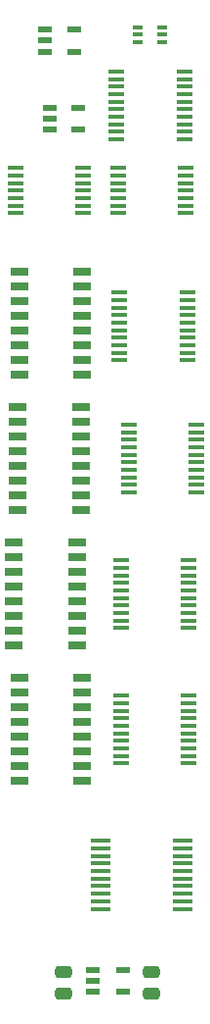
<source format=gtp>
%TF.GenerationSoftware,KiCad,Pcbnew,8.0.2*%
%TF.CreationDate,2024-06-07T17:08:55+02:00*%
%TF.ProjectId,HCP65 Instruction Code,48435036-3520-4496-9e73-747275637469,V0*%
%TF.SameCoordinates,PX525bfc0PY43d3480*%
%TF.FileFunction,Paste,Top*%
%TF.FilePolarity,Positive*%
%FSLAX46Y46*%
G04 Gerber Fmt 4.6, Leading zero omitted, Abs format (unit mm)*
G04 Created by KiCad (PCBNEW 8.0.2) date 2024-06-07 17:08:55*
%MOMM*%
%LPD*%
G01*
G04 APERTURE LIST*
G04 Aperture macros list*
%AMRoundRect*
0 Rectangle with rounded corners*
0 $1 Rounding radius*
0 $2 $3 $4 $5 $6 $7 $8 $9 X,Y pos of 4 corners*
0 Add a 4 corners polygon primitive as box body*
4,1,4,$2,$3,$4,$5,$6,$7,$8,$9,$2,$3,0*
0 Add four circle primitives for the rounded corners*
1,1,$1+$1,$2,$3*
1,1,$1+$1,$4,$5*
1,1,$1+$1,$6,$7*
1,1,$1+$1,$8,$9*
0 Add four rect primitives between the rounded corners*
20,1,$1+$1,$2,$3,$4,$5,0*
20,1,$1+$1,$4,$5,$6,$7,0*
20,1,$1+$1,$6,$7,$8,$9,0*
20,1,$1+$1,$8,$9,$2,$3,0*%
G04 Aperture macros list end*
%ADD10RoundRect,0.250000X0.475000X-0.250000X0.475000X0.250000X-0.475000X0.250000X-0.475000X-0.250000X0*%
%ADD11R,1.475000X0.450000*%
%ADD12R,1.150000X0.600000*%
%ADD13R,1.250000X0.600000*%
%ADD14R,1.550000X0.650000*%
%ADD15R,1.800000X0.450000*%
%ADD16R,0.875000X0.450000*%
G04 APERTURE END LIST*
D10*
%TO.C,C10*%
X15875000Y-82277000D03*
X15875000Y-80377000D03*
%TD*%
D11*
%TO.C,IC15*%
X12962400Y-11004000D03*
X12962400Y-11654000D03*
X12962400Y-12304000D03*
X12962400Y-12954000D03*
X12962400Y-13604000D03*
X12962400Y-14254000D03*
X12962400Y-14904000D03*
X18838400Y-14904000D03*
X18838400Y-14254000D03*
X18838400Y-13604000D03*
X18838400Y-12954000D03*
X18838400Y-12304000D03*
X18838400Y-11654000D03*
X18838400Y-11004000D03*
%TD*%
D12*
%TO.C,IC11*%
X10765000Y-80203000D03*
X10765000Y-81153000D03*
X10765000Y-82103000D03*
X13365000Y-82103000D03*
X13365000Y-80203000D03*
%TD*%
D13*
%TO.C,IC16*%
X7005000Y-5781000D03*
X7005000Y-6731000D03*
X7005000Y-7681000D03*
X9505000Y-7681000D03*
X9505000Y-5781000D03*
%TD*%
%TO.C,IC12*%
X6624000Y950000D03*
X6624000Y0D03*
X6624000Y-950000D03*
X9124000Y-950000D03*
X9124000Y950000D03*
%TD*%
D11*
%TO.C,IC8*%
X13876800Y-33143000D03*
X13876800Y-33793000D03*
X13876800Y-34443000D03*
X13876800Y-35093000D03*
X13876800Y-35743000D03*
X13876800Y-36393000D03*
X13876800Y-37043000D03*
X13876800Y-37693000D03*
X13876800Y-38343000D03*
X13876800Y-38993000D03*
X19752800Y-38993000D03*
X19752800Y-38343000D03*
X19752800Y-37693000D03*
X19752800Y-37043000D03*
X19752800Y-36393000D03*
X19752800Y-35743000D03*
X19752800Y-35093000D03*
X19752800Y-34443000D03*
X19752800Y-33793000D03*
X19752800Y-33143000D03*
%TD*%
D10*
%TO.C,C9*%
X8255000Y-82277000D03*
X8255000Y-80377000D03*
%TD*%
D11*
%TO.C,IC1*%
X12810000Y-2663000D03*
X12810000Y-3313000D03*
X12810000Y-3963000D03*
X12810000Y-4613000D03*
X12810000Y-5263000D03*
X12810000Y-5913000D03*
X12810000Y-6563000D03*
X12810000Y-7213000D03*
X12810000Y-7863000D03*
X12810000Y-8513000D03*
X18686000Y-8513000D03*
X18686000Y-7863000D03*
X18686000Y-7213000D03*
X18686000Y-6563000D03*
X18686000Y-5913000D03*
X18686000Y-5263000D03*
X18686000Y-4613000D03*
X18686000Y-3963000D03*
X18686000Y-3313000D03*
X18686000Y-2663000D03*
%TD*%
D14*
%TO.C,IC2*%
X4387000Y-19975607D03*
X4387000Y-21245607D03*
X4387000Y-22515607D03*
X4387000Y-23785607D03*
X4387000Y-25055607D03*
X4387000Y-26325607D03*
X4387000Y-27595607D03*
X4387000Y-28865607D03*
X9837000Y-28865607D03*
X9837000Y-27595607D03*
X9837000Y-26325607D03*
X9837000Y-25055607D03*
X9837000Y-23785607D03*
X9837000Y-22515607D03*
X9837000Y-21245607D03*
X9837000Y-19975607D03*
%TD*%
D15*
%TO.C,IC17*%
X11436000Y-69084000D03*
X11436000Y-69734000D03*
X11436000Y-70384000D03*
X11436000Y-71034000D03*
X11436000Y-71684000D03*
X11436000Y-72334000D03*
X11436000Y-72984000D03*
X11436000Y-73634000D03*
X11436000Y-74284000D03*
X11436000Y-74934000D03*
X18536000Y-74934000D03*
X18536000Y-74284000D03*
X18536000Y-73634000D03*
X18536000Y-72984000D03*
X18536000Y-72334000D03*
X18536000Y-71684000D03*
X18536000Y-71034000D03*
X18536000Y-70384000D03*
X18536000Y-69734000D03*
X18536000Y-69084000D03*
%TD*%
D14*
%TO.C,IC4*%
X4264000Y-31659607D03*
X4264000Y-32929607D03*
X4264000Y-34199607D03*
X4264000Y-35469607D03*
X4264000Y-36739607D03*
X4264000Y-38009607D03*
X4264000Y-39279607D03*
X4264000Y-40549607D03*
X9714000Y-40549607D03*
X9714000Y-39279607D03*
X9714000Y-38009607D03*
X9714000Y-36739607D03*
X9714000Y-35469607D03*
X9714000Y-34199607D03*
X9714000Y-32929607D03*
X9714000Y-31659607D03*
%TD*%
%TO.C,IC5*%
X3929800Y-43343607D03*
X3929800Y-44613607D03*
X3929800Y-45883607D03*
X3929800Y-47153607D03*
X3929800Y-48423607D03*
X3929800Y-49693607D03*
X3929800Y-50963607D03*
X3929800Y-52233607D03*
X9379800Y-52233607D03*
X9379800Y-50963607D03*
X9379800Y-49693607D03*
X9379800Y-48423607D03*
X9379800Y-47153607D03*
X9379800Y-45883607D03*
X9379800Y-44613607D03*
X9379800Y-43343607D03*
%TD*%
D11*
%TO.C,IC14*%
X13195000Y-56547607D03*
X13195000Y-57197607D03*
X13195000Y-57847607D03*
X13195000Y-58497607D03*
X13195000Y-59147607D03*
X13195000Y-59797607D03*
X13195000Y-60447607D03*
X13195000Y-61097607D03*
X13195000Y-61747607D03*
X13195000Y-62397607D03*
X19071000Y-62397607D03*
X19071000Y-61747607D03*
X19071000Y-61097607D03*
X19071000Y-60447607D03*
X19071000Y-59797607D03*
X19071000Y-59147607D03*
X19071000Y-58497607D03*
X19071000Y-57847607D03*
X19071000Y-57197607D03*
X19071000Y-56547607D03*
%TD*%
%TO.C,IC10*%
X4047000Y-11004000D03*
X4047000Y-11654000D03*
X4047000Y-12304000D03*
X4047000Y-12954000D03*
X4047000Y-13604000D03*
X4047000Y-14254000D03*
X4047000Y-14904000D03*
X9923000Y-14904000D03*
X9923000Y-14254000D03*
X9923000Y-13604000D03*
X9923000Y-12954000D03*
X9923000Y-12304000D03*
X9923000Y-11654000D03*
X9923000Y-11004000D03*
%TD*%
D14*
%TO.C,IC6*%
X4387000Y-55027607D03*
X4387000Y-56297607D03*
X4387000Y-57567607D03*
X4387000Y-58837607D03*
X4387000Y-60107607D03*
X4387000Y-61377607D03*
X4387000Y-62647607D03*
X4387000Y-63917607D03*
X9837000Y-63917607D03*
X9837000Y-62647607D03*
X9837000Y-61377607D03*
X9837000Y-60107607D03*
X9837000Y-58837607D03*
X9837000Y-57567607D03*
X9837000Y-56297607D03*
X9837000Y-55027607D03*
%TD*%
D11*
%TO.C,IC7*%
X13195000Y-44863607D03*
X13195000Y-45513607D03*
X13195000Y-46163607D03*
X13195000Y-46813607D03*
X13195000Y-47463607D03*
X13195000Y-48113607D03*
X13195000Y-48763607D03*
X13195000Y-49413607D03*
X13195000Y-50063607D03*
X13195000Y-50713607D03*
X19071000Y-50713607D03*
X19071000Y-50063607D03*
X19071000Y-49413607D03*
X19071000Y-48763607D03*
X19071000Y-48113607D03*
X19071000Y-47463607D03*
X19071000Y-46813607D03*
X19071000Y-46163607D03*
X19071000Y-45513607D03*
X19071000Y-44863607D03*
%TD*%
%TO.C,IC9*%
X13068000Y-21749607D03*
X13068000Y-22399607D03*
X13068000Y-23049607D03*
X13068000Y-23699607D03*
X13068000Y-24349607D03*
X13068000Y-24999607D03*
X13068000Y-25649607D03*
X13068000Y-26299607D03*
X13068000Y-26949607D03*
X13068000Y-27599607D03*
X18944000Y-27599607D03*
X18944000Y-26949607D03*
X18944000Y-26299607D03*
X18944000Y-25649607D03*
X18944000Y-24999607D03*
X18944000Y-24349607D03*
X18944000Y-23699607D03*
X18944000Y-23049607D03*
X18944000Y-22399607D03*
X18944000Y-21749607D03*
%TD*%
D16*
%TO.C,IC13*%
X14686000Y1158000D03*
X14686000Y508000D03*
X14686000Y-142000D03*
X16810000Y-142000D03*
X16810000Y508000D03*
X16810000Y1158000D03*
%TD*%
M02*

</source>
